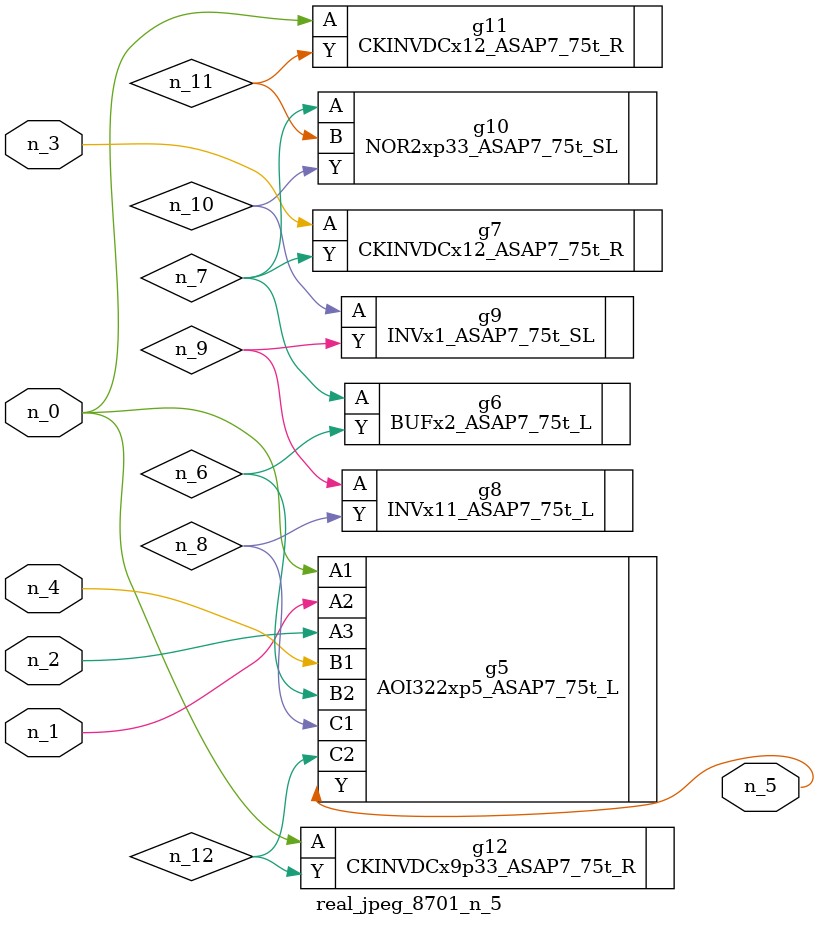
<source format=v>
module real_jpeg_8701_n_5 (n_4, n_0, n_1, n_2, n_3, n_5);

input n_4;
input n_0;
input n_1;
input n_2;
input n_3;

output n_5;

wire n_12;
wire n_8;
wire n_11;
wire n_6;
wire n_7;
wire n_10;
wire n_9;

AOI322xp5_ASAP7_75t_L g5 ( 
.A1(n_0),
.A2(n_1),
.A3(n_2),
.B1(n_4),
.B2(n_6),
.C1(n_8),
.C2(n_12),
.Y(n_5)
);

CKINVDCx12_ASAP7_75t_R g11 ( 
.A(n_0),
.Y(n_11)
);

CKINVDCx9p33_ASAP7_75t_R g12 ( 
.A(n_0),
.Y(n_12)
);

CKINVDCx12_ASAP7_75t_R g7 ( 
.A(n_3),
.Y(n_7)
);

BUFx2_ASAP7_75t_L g6 ( 
.A(n_7),
.Y(n_6)
);

NOR2xp33_ASAP7_75t_SL g10 ( 
.A(n_7),
.B(n_11),
.Y(n_10)
);

INVx11_ASAP7_75t_L g8 ( 
.A(n_9),
.Y(n_8)
);

INVx1_ASAP7_75t_SL g9 ( 
.A(n_10),
.Y(n_9)
);


endmodule
</source>
